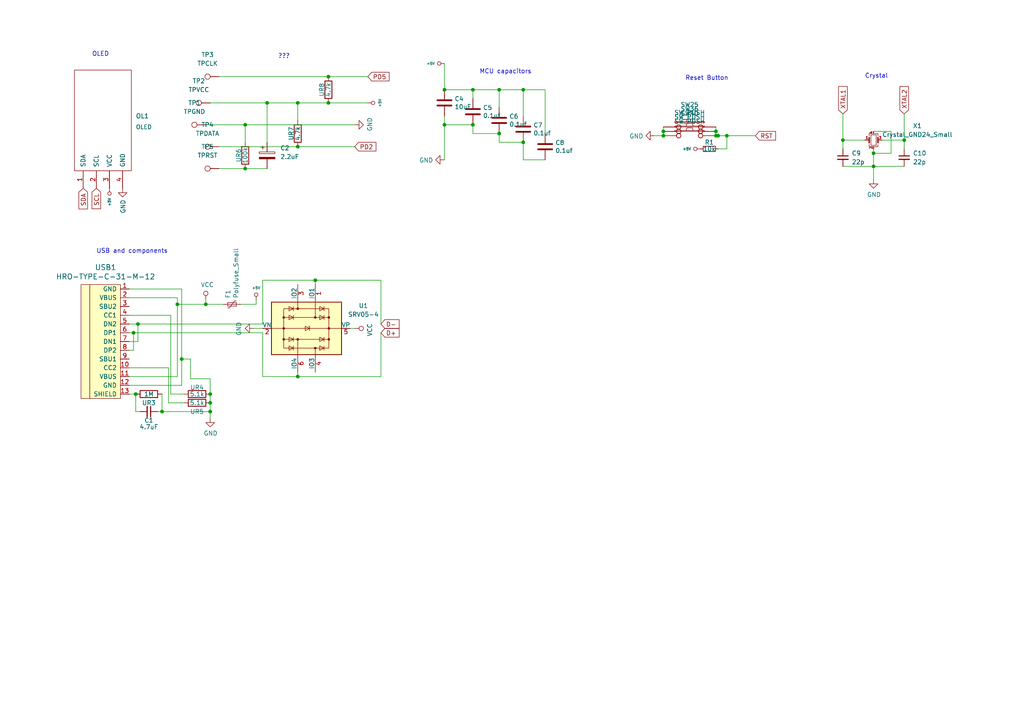
<source format=kicad_sch>
(kicad_sch (version 20211123) (generator eeschema)
  (paper "A4")
  (lib_symbols
    (symbol "Connector:TestPoint" (pin_numbers hide) (pin_names (offset 0.762) hide)
      (property "Reference" "TP" (at 0 6.858 0))
      (property "Value" "TestPoint" (at 0 5.08 0))
      (symbol "TestPoint_0_1"
        (circle (center 0 3.302) (radius 0.762))
      )
      (symbol "TestPoint_1_1"
        (pin passive line (at 0 0 90) (length 2.54) (name "1") (number "1"))
      )
    )
    (symbol "Device:C_Polarized" (pin_numbers hide) (pin_names (offset 0.254))
      (property "Reference" "C" (at 0.635 2.54 0))
      (property "Value" "C_Polarized" (at 0.635 -2.54 0))
      (symbol "C_Polarized_0_1"
        (rectangle (start -2.286 0.508) (end 2.286 1.016))
        (polyline (pts (xy -1.778 2.286) (xy -0.762 2.286)))
        (polyline (pts (xy -1.27 2.794) (xy -1.27 1.778)))
        (rectangle (start 2.286 -0.508) (end -2.286 -1.016) (fill (type outline)))
      )
      (symbol "C_Polarized_1_1"
        (pin passive line (at 0 3.81 270) (length 2.794) (name "~") (number "1"))
        (pin passive line (at 0 -3.81 90) (length 2.794) (name "~") (number "2"))
      )
    )
    (symbol "Device:C_Small" (pin_numbers hide) (pin_names (offset 0.254) hide)
      (property "Reference" "C" (at 0.254 1.778 0))
      (property "Value" "C_Small" (at 0.254 -2.032 0))
      (symbol "C_Small_0_1"
        (polyline (pts (xy -1.524 -0.508) (xy 1.524 -0.508)) (stroke (width 0.3302)))
        (polyline (pts (xy -1.524 0.508) (xy 1.524 0.508)) (stroke (width 0.3048)))
      )
      (symbol "C_Small_1_1"
        (pin passive line (at 0 2.54 270) (length 2.032) (name "~") (number "1"))
        (pin passive line (at 0 -2.54 90) (length 2.032) (name "~") (number "2"))
      )
    )
    (symbol "Device:Crystal_GND24_Small" (pin_names (offset 1.016) hide)
      (property "Reference" "Y" (at 1.27 4.445 0))
      (property "Value" "Crystal_GND24_Small" (at 1.27 2.54 0))
      (symbol "Crystal_GND24_Small_0_1"
        (rectangle (start -0.762 -1.524) (end 0.762 1.524))
        (polyline (pts (xy -1.27 -0.762) (xy -1.27 0.762)) (stroke (width 0.381)))
        (polyline (pts (xy 1.27 -0.762) (xy 1.27 0.762)) (stroke (width 0.381)))
        (polyline (pts (xy -1.27 -1.27) (xy -1.27 -1.905) (xy 1.27 -1.905) (xy 1.27 -1.27)))
        (polyline (pts (xy -1.27 1.27) (xy -1.27 1.905) (xy 1.27 1.905) (xy 1.27 1.27)))
      )
      (symbol "Crystal_GND24_Small_1_1"
        (pin passive line (at -2.54 0 0) (length 1.27) (name "1") (number "1"))
        (pin passive line (at 0 -2.54 90) (length 0.635) (name "2") (number "2"))
        (pin passive line (at 2.54 0 180) (length 1.27) (name "3") (number "3"))
        (pin passive line (at 0 2.54 270) (length 0.635) (name "4") (number "4"))
      )
    )
    (symbol "Power_Protection:SRV05-4" (pin_names (offset 0))
      (property "Reference" "U" (at -5.08 11.43 0))
      (property "Value" "SRV05-4" (at 2.54 11.43 0))
      (symbol "SRV05-4_0_0"
        (rectangle (start -5.715 6.477) (end 5.715 -6.604))
        (polyline (pts (xy -3.175 -6.604) (xy -3.175 6.477)))
        (polyline (pts (xy 3.175 6.477) (xy 3.175 -6.604)))
      )
      (symbol "SRV05-4_0_1"
        (rectangle (start -7.62 10.16) (end 7.62 -10.16) (stroke (width 0.254)) (fill (type background)))
        (circle (center -5.715 -2.54) (radius 0.2794) (fill (type outline)))
        (circle (center -3.175 -6.604) (radius 0.2794) (fill (type outline)))
        (circle (center -3.175 2.54) (radius 0.2794) (fill (type outline)))
        (circle (center -3.175 6.477) (radius 0.2794) (fill (type outline)))
        (circle (center 0 -6.604) (radius 0.2794) (fill (type outline)))
        (polyline (pts (xy -7.747 2.54) (xy -3.175 2.54)))
        (polyline (pts (xy -7.62 -2.54) (xy -5.715 -2.54)))
        (polyline (pts (xy -5.08 -3.81) (xy -6.35 -3.81)))
        (polyline (pts (xy -5.08 5.08) (xy -6.35 5.08)))
        (polyline (pts (xy -2.54 -3.81) (xy -3.81 -3.81)))
        (polyline (pts (xy -2.54 5.08) (xy -3.81 5.08)))
        (polyline (pts (xy 0 10.16) (xy 0 -10.16)))
        (polyline (pts (xy 3.81 -3.81) (xy 2.54 -3.81)))
        (polyline (pts (xy 3.81 5.08) (xy 2.54 5.08)))
        (polyline (pts (xy 6.35 -3.81) (xy 5.08 -3.81)))
        (polyline (pts (xy 6.35 5.08) (xy 5.08 5.08)))
        (polyline (pts (xy 7.62 -2.54) (xy 3.175 -2.54)))
        (polyline (pts (xy 7.62 2.54) (xy 5.715 2.54)))
        (polyline (pts (xy 0.635 0.889) (xy -0.635 0.889) (xy -0.635 0.635)))
        (polyline (pts (xy -5.08 -5.08) (xy -6.35 -5.08) (xy -5.715 -3.81) (xy -5.08 -5.08)))
        (polyline (pts (xy -5.08 3.81) (xy -6.35 3.81) (xy -5.715 5.08) (xy -5.08 3.81)))
        (polyline (pts (xy -2.54 -5.08) (xy -3.81 -5.08) (xy -3.175 -3.81) (xy -2.54 -5.08)))
        (polyline (pts (xy -2.54 3.81) (xy -3.81 3.81) (xy -3.175 5.08) (xy -2.54 3.81)))
        (polyline (pts (xy 0.635 -0.381) (xy -0.635 -0.381) (xy 0 0.889) (xy 0.635 -0.381)))
        (polyline (pts (xy 3.81 -5.08) (xy 2.54 -5.08) (xy 3.175 -3.81) (xy 3.81 -5.08)))
        (polyline (pts (xy 3.81 3.81) (xy 2.54 3.81) (xy 3.175 5.08) (xy 3.81 3.81)))
        (polyline (pts (xy 6.35 -5.08) (xy 5.08 -5.08) (xy 5.715 -3.81) (xy 6.35 -5.08)))
        (polyline (pts (xy 6.35 3.81) (xy 5.08 3.81) (xy 5.715 5.08) (xy 6.35 3.81)))
        (circle (center 0 6.477) (radius 0.2794) (fill (type outline)))
        (circle (center 3.175 -6.604) (radius 0.2794) (fill (type outline)))
        (circle (center 3.175 -2.54) (radius 0.2794) (fill (type outline)))
        (circle (center 3.175 6.477) (radius 0.2794) (fill (type outline)))
        (circle (center 5.715 2.54) (radius 0.2794) (fill (type outline)))
      )
      (symbol "SRV05-4_1_1"
        (pin passive line (at -12.7 2.54 0) (length 5.08) (name "IO1") (number "1"))
        (pin passive line (at 0 -12.7 90) (length 2.54) (name "VN") (number "2"))
        (pin passive line (at -12.7 -2.54 0) (length 5.08) (name "IO2") (number "3"))
        (pin passive line (at 12.7 2.54 180) (length 5.08) (name "IO3") (number "4"))
        (pin passive line (at 0 12.7 270) (length 2.54) (name "VP") (number "5"))
        (pin passive line (at 12.7 -2.54 180) (length 5.08) (name "IO4") (number "6"))
      )
    )
    (symbol "Type-C:HRO-TYPE-C-31-M-12" (pin_names (offset 1.016))
      (property "Reference" "USB" (at -5.08 16.51 0))
      (property "Value" "HRO-TYPE-C-31-M-12" (at -10.16 -1.27 90))
      (symbol "HRO-TYPE-C-31-M-12_0_1"
        (rectangle (start -11.43 15.24) (end -8.89 -17.78) (fill (type background)))
        (rectangle (start 0 -17.78) (end -8.89 15.24) (fill (type background)))
      )
      (symbol "HRO-TYPE-C-31-M-12_1_1"
        (pin input line (at 2.54 13.97 180) (length 2.54) (name "GND") (number "1"))
        (pin input line (at 2.54 -8.89 180) (length 2.54) (name "CC2") (number "10"))
        (pin input line (at 2.54 -11.43 180) (length 2.54) (name "VBUS") (number "11"))
        (pin input line (at 2.54 -13.97 180) (length 2.54) (name "GND") (number "12"))
        (pin input line (at 2.54 -16.51 180) (length 2.54) (name "SHIELD") (number "13"))
        (pin input line (at 2.54 11.43 180) (length 2.54) (name "VBUS") (number "2"))
        (pin input line (at 2.54 8.89 180) (length 2.54) (name "SBU2") (number "3"))
        (pin input line (at 2.54 6.35 180) (length 2.54) (name "CC1") (number "4"))
        (pin input line (at 2.54 3.81 180) (length 2.54) (name "DN2") (number "5"))
        (pin input line (at 2.54 1.27 180) (length 2.54) (name "DP1") (number "6"))
        (pin input line (at 2.54 -1.27 180) (length 2.54) (name "DN1") (number "7"))
        (pin input line (at 2.54 -3.81 180) (length 2.54) (name "DP2") (number "8"))
        (pin input line (at 2.54 -6.35 180) (length 2.54) (name "SBU1") (number "9"))
      )
    )
    (symbol "device:C" (pin_numbers hide) (pin_names (offset 0.254))
      (property "Reference" "C" (at 0.635 2.54 0))
      (property "Value" "device_C" (at 0.635 -2.54 0))
      (symbol "C_0_1"
        (polyline (pts (xy -2.032 -0.762) (xy 2.032 -0.762)) (stroke (width 0.508)))
        (polyline (pts (xy -2.032 0.762) (xy 2.032 0.762)) (stroke (width 0.508)))
      )
      (symbol "C_1_1"
        (pin passive line (at 0 3.81 270) (length 2.794) (name "~") (number "1"))
        (pin passive line (at 0 -3.81 90) (length 2.794) (name "~") (number "2"))
      )
    )
    (symbol "device:C_Small" (pin_numbers hide) (pin_names (offset 0.254) hide)
      (property "Reference" "C" (at 0.254 1.778 0))
      (property "Value" "device_C_Small" (at 0.254 -2.032 0))
      (symbol "C_Small_0_1"
        (polyline (pts (xy -1.524 -0.508) (xy 1.524 -0.508)) (stroke (width 0.3302)))
        (polyline (pts (xy -1.524 0.508) (xy 1.524 0.508)) (stroke (width 0.3048)))
      )
      (symbol "C_Small_1_1"
        (pin passive line (at 0 2.54 270) (length 2.032) (name "~") (number "1"))
        (pin passive line (at 0 -2.54 90) (length 2.032) (name "~") (number "2"))
      )
    )
    (symbol "device:Polyfuse_Small" (pin_numbers hide) (pin_names (offset 0))
      (property "Reference" "F" (at -1.905 0 90))
      (property "Value" "device_Polyfuse_Small" (at 1.905 0 90))
      (symbol "Polyfuse_Small_0_1"
        (rectangle (start -0.508 1.27) (end 0.508 -1.27))
        (polyline (pts (xy 0 2.54) (xy 0 -2.54)))
        (polyline (pts (xy -1.016 1.27) (xy -1.016 0.762) (xy 1.016 -0.762) (xy 1.016 -1.27)))
      )
      (symbol "Polyfuse_Small_1_1"
        (pin passive line (at 0 2.54 270) (length 0.635) (name "~") (number "1"))
        (pin passive line (at 0 -2.54 90) (length 0.635) (name "~") (number "2"))
      )
    )
    (symbol "device:R" (pin_numbers hide) (pin_names (offset 0))
      (property "Reference" "R" (at 2.032 0 90))
      (property "Value" "device_R" (at 0 0 90))
      (symbol "R_0_1"
        (rectangle (start -1.016 -2.54) (end 1.016 2.54) (stroke (width 0.254)))
      )
      (symbol "R_1_1"
        (pin passive line (at 0 3.81 270) (length 1.27) (name "~") (number "1"))
        (pin passive line (at 0 -3.81 90) (length 1.27) (name "~") (number "2"))
      )
    )
    (symbol "device:R_Small" (pin_numbers hide) (pin_names (offset 0.254) hide)
      (property "Reference" "R" (at 0.762 0.508 0))
      (property "Value" "device_R_Small" (at 0.762 -1.016 0))
      (symbol "R_Small_0_1"
        (rectangle (start -0.762 1.778) (end 0.762 -1.778) (stroke (width 0.2032)))
      )
      (symbol "R_Small_1_1"
        (pin passive line (at 0 2.54 270) (length 0.762) (name "~") (number "1"))
        (pin passive line (at 0 -2.54 90) (length 0.762) (name "~") (number "2"))
      )
    )
    (symbol "kbd:OLED" (pin_names (offset 1.016))
      (property "Reference" "OL" (at 0 2.54 0))
      (property "Value" "OLED" (at 0 -1.27 0))
      (symbol "OLED_0_1"
        (rectangle (start -13.97 8.89) (end 15.24 -7.62))
      )
      (symbol "OLED_1_1"
        (pin bidirectional line (at -19.05 6.35 0) (length 5.08) (name "SDA") (number "1"))
        (pin bidirectional line (at -19.05 2.54 0) (length 5.08) (name "SCL") (number "2"))
        (pin power_in line (at -19.05 -1.27 0) (length 5.08) (name "VCC") (number "3"))
        (pin power_in line (at -19.05 -5.08 0) (length 5.08) (name "GND") (number "4"))
      )
    )
    (symbol "keyboard_parts:+5V" (power) (pin_names (offset 0))
      (property "Value" "+5V" (at 0 2.794 0))
      (symbol "+5V_0_0"
        (pin power_in line (at 0 0 90) (length 0) hide (name "+5V") (number "1"))
      )
      (symbol "+5V_0_1"
        (polyline (pts (xy 0 0) (xy 0 1.016) (xy 0 1.016)))
        (circle (center 0 1.524) (radius 0.508))
      )
    )
    (symbol "keyboard_parts:SW_PUSH" (pin_numbers hide) (pin_names (offset 1.016) hide)
      (property "Reference" "SW" (at 3.81 2.794 0))
      (property "Value" "SW_PUSH" (at 0 -2.032 0))
      (symbol "SW_PUSH_0_1"
        (rectangle (start -4.318 1.27) (end 4.318 1.524))
        (polyline (pts (xy -1.016 1.524) (xy -0.762 2.286) (xy 0.762 2.286) (xy 1.016 1.524)))
        (pin passive inverted (at -7.62 0 0) (length 5.08) (name "1") (number "1"))
        (pin passive inverted (at 7.62 0 180) (length 5.08) (name "2") (number "2"))
      )
    )
    (symbol "power:GND" (power) (pin_names (offset 0))
      (property "Value" "power_GND" (at 0 -3.81 0))
      (symbol "GND_0_1"
        (polyline (pts (xy 0 0) (xy 0 -1.27) (xy 1.27 -1.27) (xy 0 -2.54) (xy -1.27 -1.27) (xy 0 -1.27)))
      )
      (symbol "GND_1_1"
        (pin power_in line (at 0 0 270) (length 0) hide (name "GND") (number "1"))
      )
    )
    (symbol "power:VCC" (power) (pin_names (offset 0))
      (property "Value" "power_VCC" (at 0 3.81 0))
      (symbol "VCC_0_1"
        (polyline (pts (xy 0 0) (xy 0 1.27)))
        (circle (center 0 1.905) (radius 0.635))
      )
      (symbol "VCC_1_1"
        (pin power_in line (at 0 0 90) (length 0) hide (name "VCC") (number "1"))
      )
    )
  )
  (junction (at 71.12 48.895))
  (junction (at 77.47 29.845))
  (junction (at 86.36 42.545))
  (junction (at 207.645 39.37))
  (junction (at 39.37 114.3))
  (junction (at 137.16 26.035))
  (junction (at 60.96 116.84))
  (junction (at 208.28 39.37))
  (junction (at 86.36 29.845))
  (junction (at 71.12 36.195))
  (junction (at 244.475 40.64))
  (junction (at 137.16 36.195))
  (junction (at 60.96 114.3))
  (junction (at 253.365 48.26))
  (junction (at 207.645 38.1))
  (junction (at 210.82 39.37))
  (junction (at 46.99 119.38))
  (junction (at 253.365 44.45))
  (junction (at 128.905 36.195))
  (junction (at 59.69 88.265))
  (junction (at 91.44 81.28))
  (junction (at 40.005 93.98))
  (junction (at 151.765 26.035))
  (junction (at 38.735 96.52))
  (junction (at 128.905 26.035))
  (junction (at 51.435 88.265))
  (junction (at 95.25 22.225))
  (junction (at 52.705 104.14))
  (junction (at 262.255 40.64))
  (junction (at 144.78 38.735))
  (junction (at 192.405 38.1))
  (junction (at 60.96 119.38))
  (junction (at 95.25 29.845))
  (junction (at 144.78 26.035))
  (junction (at 86.36 109.22))
  (junction (at 192.405 39.37))
  (junction (at 151.765 41.275))
  (wire (pts (xy 144.78 26.035) (xy 151.765 26.035)))
  (wire (pts (xy 37.465 96.52) (xy 38.735 96.52)))
  (wire (pts (xy 39.37 119.38) (xy 39.37 114.3)))
  (wire (pts (xy 60.96 29.845) (xy 77.47 29.845)))
  (wire (pts (xy 76.2 81.28) (xy 76.2 93.98)))
  (wire (pts (xy 151.765 26.035) (xy 158.115 26.035)))
  (wire (pts (xy 128.905 33.655) (xy 128.905 36.195)))
  (wire (pts (xy 76.2 81.28) (xy 91.44 81.28)))
  (wire (pts (xy 128.905 26.035) (xy 137.16 26.035)))
  (wire (pts (xy 55.245 109.855) (xy 60.96 109.855)))
  (wire (pts (xy 48.895 116.84) (xy 48.895 106.68)))
  (wire (pts (xy 151.765 41.275) (xy 144.78 41.275)))
  (wire (pts (xy 46.99 119.38) (xy 60.96 119.38)))
  (wire (pts (xy 207.645 38.1) (xy 207.645 39.37)))
  (wire (pts (xy 255.905 40.64) (xy 262.255 40.64)))
  (wire (pts (xy 53.34 114.3) (xy 49.53 114.3)))
  (wire (pts (xy 253.365 44.45) (xy 253.365 48.26)))
  (wire (pts (xy 76.2 109.22) (xy 86.36 109.22)))
  (wire (pts (xy 207.645 36.83) (xy 207.645 38.1)))
  (wire (pts (xy 37.465 101.6) (xy 38.735 101.6)))
  (wire (pts (xy 258.445 38.1) (xy 258.445 44.45)))
  (wire (pts (xy 128.905 26.035) (xy 128.905 18.415)))
  (wire (pts (xy 192.405 38.1) (xy 192.405 39.37)))
  (wire (pts (xy 101.6 95.25) (xy 102.87 95.25)))
  (wire (pts (xy 208.28 39.37) (xy 210.82 39.37)))
  (wire (pts (xy 37.465 86.36) (xy 51.435 86.36)))
  (wire (pts (xy 158.115 38.735) (xy 158.115 26.035)))
  (wire (pts (xy 46.99 114.3) (xy 46.99 119.38)))
  (wire (pts (xy 253.365 48.26) (xy 253.365 52.07)))
  (wire (pts (xy 86.36 29.845) (xy 86.36 34.925)))
  (wire (pts (xy 86.36 29.845) (xy 95.25 29.845)))
  (wire (pts (xy 63.5 22.225) (xy 95.25 22.225)))
  (wire (pts (xy 45.72 119.38) (xy 46.99 119.38)))
  (wire (pts (xy 144.78 31.115) (xy 144.78 26.035)))
  (wire (pts (xy 91.44 81.28) (xy 110.49 81.28)))
  (wire (pts (xy 244.475 33.02) (xy 244.475 40.64)))
  (wire (pts (xy 91.44 81.28) (xy 91.44 82.55)))
  (wire (pts (xy 258.445 44.45) (xy 253.365 44.45)))
  (wire (pts (xy 60.96 116.84) (xy 60.96 119.38)))
  (wire (pts (xy 151.765 46.355) (xy 151.765 41.275)))
  (wire (pts (xy 95.25 29.845) (xy 106.68 29.845)))
  (wire (pts (xy 158.115 46.355) (xy 151.765 46.355)))
  (wire (pts (xy 244.475 43.18) (xy 244.475 40.64)))
  (wire (pts (xy 253.365 43.18) (xy 253.365 44.45)))
  (wire (pts (xy 262.255 40.64) (xy 262.255 33.02)))
  (wire (pts (xy 210.82 39.37) (xy 219.075 39.37)))
  (wire (pts (xy 262.255 43.18) (xy 262.255 40.64)))
  (wire (pts (xy 253.365 38.1) (xy 258.445 38.1)))
  (wire (pts (xy 77.47 29.845) (xy 86.36 29.845)))
  (wire (pts (xy 253.365 48.26) (xy 262.255 48.26)))
  (wire (pts (xy 137.16 28.575) (xy 137.16 26.035)))
  (wire (pts (xy 244.475 40.64) (xy 250.825 40.64)))
  (wire (pts (xy 60.96 116.84) (xy 60.96 114.3)))
  (wire (pts (xy 244.475 48.26) (xy 253.365 48.26)))
  (wire (pts (xy 52.705 111.76) (xy 37.465 111.76)))
  (wire (pts (xy 76.2 96.52) (xy 76.2 109.22)))
  (wire (pts (xy 73.66 95.25) (xy 76.2 95.25)))
  (wire (pts (xy 144.78 41.275) (xy 144.78 38.735)))
  (wire (pts (xy 38.735 96.52) (xy 76.2 96.52)))
  (wire (pts (xy 128.905 36.195) (xy 137.16 36.195)))
  (wire (pts (xy 208.28 39.37) (xy 207.645 39.37)))
  (wire (pts (xy 74.295 88.265) (xy 74.295 86.995)))
  (wire (pts (xy 55.245 104.14) (xy 55.245 109.855)))
  (wire (pts (xy 51.435 109.22) (xy 37.465 109.22)))
  (wire (pts (xy 40.005 93.98) (xy 76.2 93.98)))
  (wire (pts (xy 110.49 96.52) (xy 110.49 109.22)))
  (wire (pts (xy 210.82 39.37) (xy 210.82 43.18)))
  (wire (pts (xy 51.435 86.36) (xy 51.435 88.265)))
  (wire (pts (xy 38.735 101.6) (xy 38.735 96.52)))
  (wire (pts (xy 110.49 81.28) (xy 110.49 93.98)))
  (wire (pts (xy 71.12 36.195) (xy 71.12 41.275)))
  (wire (pts (xy 60.96 109.855) (xy 60.96 114.3)))
  (wire (pts (xy 208.28 38.735) (xy 208.28 39.37)))
  (wire (pts (xy 137.16 36.195) (xy 137.16 38.735)))
  (wire (pts (xy 48.895 106.68) (xy 37.465 106.68)))
  (wire (pts (xy 86.36 107.95) (xy 86.36 109.22)))
  (wire (pts (xy 51.435 88.265) (xy 51.435 109.22)))
  (wire (pts (xy 86.36 42.545) (xy 102.87 42.545)))
  (wire (pts (xy 53.34 116.84) (xy 48.895 116.84)))
  (wire (pts (xy 192.405 36.83) (xy 192.405 38.1)))
  (wire (pts (xy 49.53 91.44) (xy 37.465 91.44)))
  (wire (pts (xy 37.465 114.3) (xy 39.37 114.3)))
  (wire (pts (xy 69.85 88.265) (xy 74.295 88.265)))
  (wire (pts (xy 210.82 43.18) (xy 208.28 43.18)))
  (wire (pts (xy 37.465 99.06) (xy 40.005 99.06)))
  (wire (pts (xy 37.465 93.98) (xy 40.005 93.98)))
  (wire (pts (xy 40.64 119.38) (xy 39.37 119.38)))
  (wire (pts (xy 55.245 104.14) (xy 52.705 104.14)))
  (wire (pts (xy 52.705 111.76) (xy 52.705 104.14)))
  (wire (pts (xy 128.905 36.195) (xy 128.905 46.355)))
  (wire (pts (xy 40.005 99.06) (xy 40.005 93.98)))
  (wire (pts (xy 59.69 88.265) (xy 64.77 88.265)))
  (wire (pts (xy 137.16 38.735) (xy 144.78 38.735)))
  (wire (pts (xy 49.53 114.3) (xy 49.53 91.44)))
  (wire (pts (xy 77.47 29.845) (xy 77.47 41.275)))
  (wire (pts (xy 52.705 104.14) (xy 52.705 83.82)))
  (wire (pts (xy 192.405 39.37) (xy 189.865 39.37)))
  (wire (pts (xy 86.36 109.22) (xy 110.49 109.22)))
  (wire (pts (xy 137.16 26.035) (xy 144.78 26.035)))
  (wire (pts (xy 71.12 48.895) (xy 77.47 48.895)))
  (wire (pts (xy 59.69 86.995) (xy 59.69 88.265)))
  (wire (pts (xy 60.96 119.38) (xy 60.96 121.285)))
  (wire (pts (xy 37.465 83.82) (xy 52.705 83.82)))
  (wire (pts (xy 63.5 48.895) (xy 71.12 48.895)))
  (wire (pts (xy 59.69 36.195) (xy 71.12 36.195)))
  (wire (pts (xy 151.765 33.655) (xy 151.765 26.035)))
  (wire (pts (xy 71.12 36.195) (xy 102.87 36.195)))
  (wire (pts (xy 51.435 88.265) (xy 59.69 88.265)))
  (wire (pts (xy 63.5 42.545) (xy 86.36 42.545)))
  (wire (pts (xy 95.25 22.225) (xy 106.68 22.225)))
  (text "USB and components" (at 27.94 73.66 0) (effects (font (size 1.27 1.27)) (justify left bottom)))
  (text "OLED" (at 26.67 16.51 0) (effects (font (size 1.27 1.27)) (justify left bottom)))
  (text "Reset Button" (at 198.755 23.495 0) (effects (font (size 1.27 1.27)) (justify left bottom)))
  (text "???" (at 80.645 17.145 0) (effects (font (size 1.27 1.27)) (justify left bottom)))
  (text "MCU capacitors\n" (at 139.065 21.59 0) (effects (font (size 1.27 1.27)) (justify left bottom)))
  (text "Crystal\n" (at 250.825 22.86 0) (effects (font (size 1.27 1.27)) (justify left bottom)))
  (global_label "XTAL2" (shape input) (at 262.255 33.02 90) (property "Intersheet References" "${INTERSHEET_REFS}" (effects hide)))
  (global_label "XTAL1" (shape input) (at 244.475 33.02 90) (property "Intersheet References" "${INTERSHEET_REFS}" (effects hide)))
  (global_label "D+" (shape input) (at 110.49 96.52 0) (property "Intersheet References" "${INTERSHEET_REFS}" (effects hide)))
  (global_label "PD2" (shape input) (at 102.87 42.545 0) (property "Intersheet References" "${INTERSHEET_REFS}" (effects hide)))
  (global_label "SDA" (shape input) (at 24.13 54.61 270) (property "Intersheet References" "${INTERSHEET_REFS}" (effects hide)))
  (global_label "RST" (shape input) (at 219.075 39.37 0) (property "Intersheet References" "${INTERSHEET_REFS}" (effects hide)))
  (global_label "PD5" (shape input) (at 106.68 22.225 0) (property "Intersheet References" "${INTERSHEET_REFS}" (effects hide)))
  (global_label "SCL" (shape input) (at 27.94 54.61 270) (property "Intersheet References" "${INTERSHEET_REFS}" (effects hide)))
  (global_label "D-" (shape input) (at 110.49 93.98 0) (property "Intersheet References" "${INTERSHEET_REFS}" (effects hide)))
  (symbol (lib_id "power:GND") (at 35.56 54.61 0) (unit 1)
    (property "Reference" "#PWR0102" (effects hide))
    (property "Value" "GND" (at 35.687 57.8612 90) (effects (justify right)))
  )
  (symbol (lib_id "device:C") (at 128.905 29.845 0) (unit 1)
    (property "Reference" "C4" (at 131.826 28.6766 0) (effects (justify left)))
    (property "Value" "10uF" (at 131.826 30.988 0) (effects (justify left)))
    (property "Footprint" "Capacitor_SMD:C_0805_2012Metric" (effects hide))
  )
  (symbol (lib_id "Power_Protection:SRV05-4") (at 88.9 95.25 270) (unit 1)
    (property "Reference" "U1" (at 105.41 88.6712 90))
    (property "Value" "SRV05-4" (at 105.41 91.2112 90))
    (property "Footprint" "Package_TO_SOT_SMD:SOT-23-6" (effects hide))
    (property "Datasheet" "http://www.onsemi.com/pub/Collateral/SRV05-4-D.PDF" (effects hide))
  )
  (symbol (lib_id "device:R") (at 86.36 38.735 180) (unit 1)
    (property "Reference" "UR7" (at 84.455 38.735 90))
    (property "Value" "4.7k" (at 86.36 38.735 90))
    (property "Footprint" "Resistor_SMD:R_0805_2012Metric_Pad1.20x1.40mm_HandSolder" (effects hide))
  )
  (symbol (lib_id "Connector:TestPoint") (at 63.5 22.225 90) (unit 1)
    (property "Reference" "TP3" (at 60.198 15.875 90))
    (property "Value" "TPCLK" (at 60.198 18.415 90))
    (property "Footprint" "TestPoint:TestPoint_THTPad_1.0x1.0mm_Drill0.5mm" (effects hide))
  )
  (symbol (lib_id "device:R") (at 95.25 26.035 180) (unit 1)
    (property "Reference" "UR8" (at 93.345 26.035 90))
    (property "Value" "4.7k" (at 95.25 26.035 90))
    (property "Footprint" "Resistor_SMD:R_0805_2012Metric_Pad1.20x1.40mm_HandSolder" (effects hide))
  )
  (symbol (lib_id "power:GND") (at 189.865 39.37 270) (unit 1)
    (property "Reference" "#PWR0108" (effects hide))
    (property "Value" "GND" (at 186.6138 39.497 90) (effects (justify right)))
  )
  (symbol (lib_id "device:R") (at 57.15 116.84 90) (unit 1)
    (property "Reference" "UR5" (at 57.15 119.38 90))
    (property "Value" "5.1k" (at 57.15 116.84 90))
    (property "Footprint" "Resistor_SMD:R_0805_2012Metric" (effects hide))
  )
  (symbol (lib_id "keyboard_parts:SW_PUSH") (at 200.025 36.83 0) (unit 1)
    (property "Reference" "SW25" (at 200.025 30.353 0))
    (property "Value" "SW_PUSH" (at 200.025 32.6644 0))
    (property "Footprint" "Button_Switch_SMD:SW_SPST_SKQG_WithoutStem" (effects hide))
  )
  (symbol (lib_id "power:GND") (at 60.96 121.285 0) (unit 1)
    (property "Reference" "#PWR0107" (effects hide))
    (property "Value" "GND" (at 61.087 125.6792 0))
  )
  (symbol (lib_id "power:GND") (at 102.87 36.195 90) (unit 1)
    (property "Reference" "#PWR0104" (effects hide))
    (property "Value" "GND" (at 107.2642 36.068 0))
  )
  (symbol (lib_id "keyboard_parts:+5V") (at 31.75 54.61 180) (unit 1)
    (property "Reference" "#PWR0101" (effects hide))
    (property "Value" "+5V" (at 31.75 57.3532 90) (effects (font (size 0.762 0.762)) (justify left)))
  )
  (symbol (lib_id "keyboard_parts:+5V") (at 128.905 18.415 90) (unit 1)
    (property "Reference" "#PWR0105" (effects hide))
    (property "Value" "+5V" (at 126.1618 18.415 90) (effects (font (size 0.762 0.762)) (justify left)))
  )
  (symbol (lib_id "device:C_Small") (at 43.18 119.38 270) (unit 1)
    (property "Reference" "C1" (at 43.18 121.92 90))
    (property "Value" "4.7uF" (at 43.18 123.825 90))
    (property "Footprint" "Capacitor_SMD:C_0805_2012Metric" (effects hide))
  )
  (symbol (lib_id "keyboard_parts:+5V") (at 106.68 29.845 270) (unit 1)
    (property "Reference" "#PWR0103" (effects hide))
    (property "Value" "+5V" (at 110.1852 29.845 0) (effects (font (size 0.762 0.762))))
  )
  (symbol (lib_id "device:R") (at 43.18 114.3 90) (unit 1)
    (property "Reference" "UR3" (at 43.18 116.84 90))
    (property "Value" "1M" (at 43.18 114.3 90))
    (property "Footprint" "Resistor_SMD:R_0805_2012Metric" (effects hide))
  )
  (symbol (lib_id "device:Polyfuse_Small") (at 67.31 88.265 90) (unit 1)
    (property "Reference" "F1" (at 66.1416 86.5378 0) (effects (justify left)))
    (property "Value" "Polyfuse_Small" (at 68.453 86.5378 0) (effects (justify left)))
    (property "Footprint" "Fuse:Fuse_1206_3216Metric_Pad1.42x1.75mm_HandSolder" (effects hide))
  )
  (symbol (lib_id "keyboard_parts:+5V") (at 74.295 86.995 0) (unit 1)
    (property "Reference" "#PWR0113" (effects hide))
    (property "Value" "+5V" (at 74.295 83.4898 0) (effects (font (size 0.762 0.762))))
  )
  (symbol (lib_id "device:C") (at 151.765 37.465 0) (unit 1)
    (property "Reference" "C7" (at 154.686 36.2966 0) (effects (justify left)))
    (property "Value" "0.1uf" (at 154.686 38.608 0) (effects (justify left)))
    (property "Footprint" "Capacitor_SMD:C_0805_2012Metric" (effects hide))
  )
  (symbol (lib_id "keyboard_parts:+5V") (at 203.2 43.18 90) (unit 1)
    (property "Reference" "#PWR0118" (effects hide))
    (property "Value" "+5V" (at 200.4568 43.18 90) (effects (font (size 0.762 0.762)) (justify left)))
  )
  (symbol (lib_id "device:C") (at 137.16 32.385 0) (unit 1)
    (property "Reference" "C5" (at 140.081 31.2166 0) (effects (justify left)))
    (property "Value" "0.1uf" (at 140.081 33.528 0) (effects (justify left)))
    (property "Footprint" "Capacitor_SMD:C_0805_2012Metric" (effects hide))
  )
  (symbol (lib_id "Connector:TestPoint") (at 60.96 29.845 90) (unit 1)
    (property "Reference" "TP2" (at 57.658 23.495 90))
    (property "Value" "TPVCC" (at 57.658 26.035 90))
    (property "Footprint" "TestPoint:TestPoint_THTPad_1.0x1.0mm_Drill0.5mm" (effects hide))
  )
  (symbol (lib_id "Device:Crystal_GND24_Small") (at 253.365 40.64 0) (unit 1)
    (property "Reference" "X1" (at 266.065 36.4998 0))
    (property "Value" "Crystal_GND24_Small" (at 266.065 39.0398 0))
    (property "Footprint" "Crystal:Crystal_SMD_3225-4Pin_3.2x2.5mm_HandSoldering" (effects hide))
  )
  (symbol (lib_id "Connector:TestPoint") (at 63.5 42.545 90) (unit 1)
    (property "Reference" "TP4" (at 60.198 36.195 90))
    (property "Value" "TPDATA" (at 60.198 38.735 90))
    (property "Footprint" "TestPoint:TestPoint_THTPad_1.0x1.0mm_Drill0.5mm" (effects hide))
  )
  (symbol (lib_id "keyboard_parts:SW_PUSH") (at 200.025 38.1 0) (unit 1)
    (property "Reference" "SW36" (at 200.025 31.623 0))
    (property "Value" "SW_PUSH" (at 200.025 33.9344 0))
    (property "Footprint" "Connector_PinHeader_2.54mm:PinHeader_1x02_P2.54mm_Vertical" (effects hide))
  )
  (symbol (lib_id "device:R_Small") (at 205.74 43.18 270) (unit 1)
    (property "Reference" "R1" (at 205.74 41.275 90))
    (property "Value" "10k" (at 205.74 43.18 90))
    (property "Footprint" "Resistor_SMD:R_0805_2012Metric" (effects hide))
  )
  (symbol (lib_id "Type-C:HRO-TYPE-C-31-M-12") (at 34.925 97.79 0) (unit 1)
    (property "Reference" "USB1" (at 30.6324 77.5462 0) (effects (font (size 1.524 1.524))))
    (property "Value" "HRO-TYPE-C-31-M-12" (at 30.6324 80.2386 0) (effects (font (size 1.524 1.524))))
    (property "Footprint" "Type-C:HRO-TYPE-C-31-M-12-HandSoldering" (effects hide))
  )
  (symbol (lib_id "keyboard_parts:SW_PUSH") (at 200.025 39.37 0) (unit 1)
    (property "Reference" "SW40" (at 200.025 32.893 0))
    (property "Value" "SW_PUSH" (at 200.025 35.2044 0))
    (property "Footprint" "Button_Switch_SMD:SW_SPST_SKQG_WithoutStem" (effects hide))
  )
  (symbol (lib_id "power:GND") (at 128.905 46.355 270) (unit 1)
    (property "Reference" "#PWR0106" (effects hide))
    (property "Value" "GND" (at 125.6538 46.482 90) (effects (justify right)))
  )
  (symbol (lib_id "Device:C_Small") (at 262.255 45.72 0) (unit 1)
    (property "Reference" "C10" (at 264.795 44.4562 0) (effects (justify left)))
    (property "Value" "22p" (at 264.795 46.9962 0) (effects (justify left)))
    (property "Footprint" "Capacitor_SMD:C_0805_2012Metric" (effects hide))
  )
  (symbol (lib_id "power:GND") (at 73.66 95.25 270) (unit 1)
    (property "Reference" "#PWR0109" (effects hide))
    (property "Value" "GND" (at 69.2658 95.377 0))
  )
  (symbol (lib_id "device:R") (at 57.15 114.3 90) (unit 1)
    (property "Reference" "UR4" (at 57.15 112.395 90))
    (property "Value" "5.1k" (at 57.15 114.3 90))
    (property "Footprint" "Resistor_SMD:R_0805_2012Metric" (effects hide))
  )
  (symbol (lib_id "power:VCC") (at 102.87 95.25 270) (unit 1)
    (property "Reference" "#PWR0110" (effects hide))
    (property "Value" "VCC" (at 107.2642 95.6818 0))
  )
  (symbol (lib_id "device:R") (at 71.12 45.085 180) (unit 1)
    (property "Reference" "UR6" (at 69.215 45.085 90))
    (property "Value" "100k" (at 71.12 45.085 90))
    (property "Footprint" "Resistor_SMD:R_0805_2012Metric_Pad1.20x1.40mm_HandSolder" (effects hide))
  )
  (symbol (lib_id "power:GND") (at 253.365 52.07 0) (unit 1)
    (property "Reference" "#PWR0119" (effects hide))
    (property "Value" "GND" (at 253.492 56.4642 0))
  )
  (symbol (lib_id "Device:C_Polarized") (at 77.47 45.085 0) (unit 1)
    (property "Reference" "C2" (at 81.28 42.9259 0) (effects (justify left)))
    (property "Value" "2.2uF" (at 81.28 45.4659 0) (effects (justify left)))
    (property "Footprint" "Capacitor_SMD:C_0805_2012Metric_Pad1.18x1.45mm_HandSolder" (effects hide))
  )
  (symbol (lib_id "Connector:TestPoint") (at 63.5 48.895 90) (unit 1)
    (property "Reference" "TP5" (at 60.198 42.545 90))
    (property "Value" "TPRST" (at 60.198 45.085 90))
    (property "Footprint" "TestPoint:TestPoint_THTPad_1.0x1.0mm_Drill0.5mm" (effects hide))
  )
  (symbol (lib_id "power:VCC") (at 59.69 86.995 0) (unit 1)
    (property "Reference" "#PWR0111" (effects hide))
    (property "Value" "VCC" (at 60.1218 82.6008 0))
  )
  (symbol (lib_id "Connector:TestPoint") (at 59.69 36.195 90) (unit 1)
    (property "Reference" "TP1" (at 56.388 29.845 90))
    (property "Value" "TPGND" (at 56.388 32.385 90))
    (property "Footprint" "TestPoint:TestPoint_THTPad_1.0x1.0mm_Drill0.5mm" (effects hide))
  )
  (symbol (lib_id "Device:C_Small") (at 244.475 45.72 0) (unit 1)
    (property "Reference" "C9" (at 247.015 44.4562 0) (effects (justify left)))
    (property "Value" "22p" (at 247.015 46.9962 0) (effects (justify left)))
    (property "Footprint" "Capacitor_SMD:C_0805_2012Metric" (effects hide))
  )
  (symbol (lib_id "device:C") (at 144.78 34.925 0) (unit 1)
    (property "Reference" "C6" (at 147.701 33.7566 0) (effects (justify left)))
    (property "Value" "0.1uf" (at 147.701 36.068 0) (effects (justify left)))
    (property "Footprint" "Capacitor_SMD:C_0805_2012Metric" (effects hide))
  )
  (symbol (lib_id "kbd:OLED") (at 30.48 35.56 90) (unit 1)
    (property "Reference" "OL1" (at 39.37 33.655 90) (effects (font (size 1.2954 1.2954)) (justify right)))
    (property "Value" "OLED" (at 39.37 36.83 90) (effects (font (size 1.1938 1.1938)) (justify right)))
    (property "Footprint" "kbd:OLED_v2" (effects hide))
  )
  (symbol (lib_id "device:C") (at 158.115 42.545 0) (unit 1)
    (property "Reference" "C8" (at 161.036 41.3766 0) (effects (justify left)))
    (property "Value" "0.1uf" (at 161.036 43.688 0) (effects (justify left)))
    (property "Footprint" "Capacitor_SMD:C_0805_2012Metric" (effects hide))
  )
)
</source>
